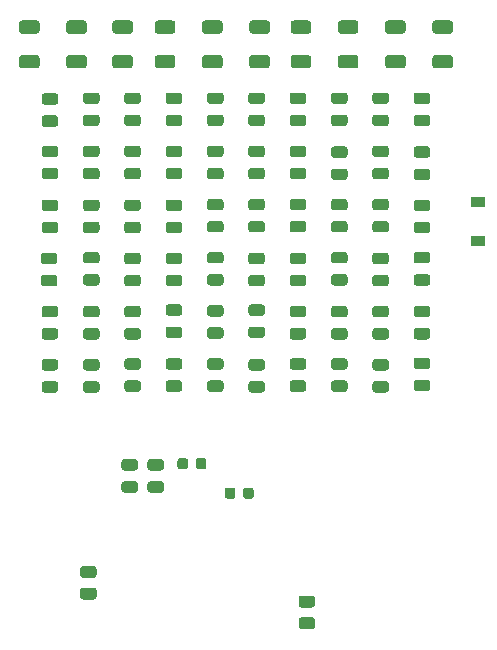
<source format=gbr>
G04 #@! TF.GenerationSoftware,KiCad,Pcbnew,(5.1.7)-1*
G04 #@! TF.CreationDate,2020-11-08T23:09:12+01:00*
G04 #@! TF.ProjectId,Red Power LED Board 50x50,52656420-506f-4776-9572-204c45442042,rev?*
G04 #@! TF.SameCoordinates,Original*
G04 #@! TF.FileFunction,Paste,Top*
G04 #@! TF.FilePolarity,Positive*
%FSLAX46Y46*%
G04 Gerber Fmt 4.6, Leading zero omitted, Abs format (unit mm)*
G04 Created by KiCad (PCBNEW (5.1.7)-1) date 2020-11-08 23:09:12*
%MOMM*%
%LPD*%
G01*
G04 APERTURE LIST*
%ADD10R,1.200000X0.900000*%
G04 APERTURE END LIST*
G36*
G01*
X124100000Y-79250000D02*
X124100000Y-78750000D01*
G75*
G02*
X124325000Y-78525000I225000J0D01*
G01*
X124775000Y-78525000D01*
G75*
G02*
X125000000Y-78750000I0J-225000D01*
G01*
X125000000Y-79250000D01*
G75*
G02*
X124775000Y-79475000I-225000J0D01*
G01*
X124325000Y-79475000D01*
G75*
G02*
X124100000Y-79250000I0J225000D01*
G01*
G37*
G36*
G01*
X122550000Y-79250000D02*
X122550000Y-78750000D01*
G75*
G02*
X122775000Y-78525000I225000J0D01*
G01*
X123225000Y-78525000D01*
G75*
G02*
X123450000Y-78750000I0J-225000D01*
G01*
X123450000Y-79250000D01*
G75*
G02*
X123225000Y-79475000I-225000J0D01*
G01*
X122775000Y-79475000D01*
G75*
G02*
X122550000Y-79250000I0J225000D01*
G01*
G37*
G36*
G01*
X129000000Y-81250000D02*
X129000000Y-81750000D01*
G75*
G02*
X128775000Y-81975000I-225000J0D01*
G01*
X128325000Y-81975000D01*
G75*
G02*
X128100000Y-81750000I0J225000D01*
G01*
X128100000Y-81250000D01*
G75*
G02*
X128325000Y-81025000I225000J0D01*
G01*
X128775000Y-81025000D01*
G75*
G02*
X129000000Y-81250000I0J-225000D01*
G01*
G37*
G36*
G01*
X127450000Y-81250000D02*
X127450000Y-81750000D01*
G75*
G02*
X127225000Y-81975000I-225000J0D01*
G01*
X126775000Y-81975000D01*
G75*
G02*
X126550000Y-81750000I0J225000D01*
G01*
X126550000Y-81250000D01*
G75*
G02*
X126775000Y-81025000I225000J0D01*
G01*
X127225000Y-81025000D01*
G75*
G02*
X127450000Y-81250000I0J-225000D01*
G01*
G37*
G36*
G01*
X112206250Y-48612500D02*
X111293750Y-48612500D01*
G75*
G02*
X111050000Y-48368750I0J243750D01*
G01*
X111050000Y-47881250D01*
G75*
G02*
X111293750Y-47637500I243750J0D01*
G01*
X112206250Y-47637500D01*
G75*
G02*
X112450000Y-47881250I0J-243750D01*
G01*
X112450000Y-48368750D01*
G75*
G02*
X112206250Y-48612500I-243750J0D01*
G01*
G37*
G36*
G01*
X112206250Y-50487500D02*
X111293750Y-50487500D01*
G75*
G02*
X111050000Y-50243750I0J243750D01*
G01*
X111050000Y-49756250D01*
G75*
G02*
X111293750Y-49512500I243750J0D01*
G01*
X112206250Y-49512500D01*
G75*
G02*
X112450000Y-49756250I0J-243750D01*
G01*
X112450000Y-50243750D01*
G75*
G02*
X112206250Y-50487500I-243750J0D01*
G01*
G37*
G36*
G01*
X115706250Y-50425000D02*
X114793750Y-50425000D01*
G75*
G02*
X114550000Y-50181250I0J243750D01*
G01*
X114550000Y-49693750D01*
G75*
G02*
X114793750Y-49450000I243750J0D01*
G01*
X115706250Y-49450000D01*
G75*
G02*
X115950000Y-49693750I0J-243750D01*
G01*
X115950000Y-50181250D01*
G75*
G02*
X115706250Y-50425000I-243750J0D01*
G01*
G37*
G36*
G01*
X115706250Y-48550000D02*
X114793750Y-48550000D01*
G75*
G02*
X114550000Y-48306250I0J243750D01*
G01*
X114550000Y-47818750D01*
G75*
G02*
X114793750Y-47575000I243750J0D01*
G01*
X115706250Y-47575000D01*
G75*
G02*
X115950000Y-47818750I0J-243750D01*
G01*
X115950000Y-48306250D01*
G75*
G02*
X115706250Y-48550000I-243750J0D01*
G01*
G37*
G36*
G01*
X119206250Y-48550000D02*
X118293750Y-48550000D01*
G75*
G02*
X118050000Y-48306250I0J243750D01*
G01*
X118050000Y-47818750D01*
G75*
G02*
X118293750Y-47575000I243750J0D01*
G01*
X119206250Y-47575000D01*
G75*
G02*
X119450000Y-47818750I0J-243750D01*
G01*
X119450000Y-48306250D01*
G75*
G02*
X119206250Y-48550000I-243750J0D01*
G01*
G37*
G36*
G01*
X119206250Y-50425000D02*
X118293750Y-50425000D01*
G75*
G02*
X118050000Y-50181250I0J243750D01*
G01*
X118050000Y-49693750D01*
G75*
G02*
X118293750Y-49450000I243750J0D01*
G01*
X119206250Y-49450000D01*
G75*
G02*
X119450000Y-49693750I0J-243750D01*
G01*
X119450000Y-50181250D01*
G75*
G02*
X119206250Y-50425000I-243750J0D01*
G01*
G37*
G36*
G01*
X122706250Y-50425000D02*
X121793750Y-50425000D01*
G75*
G02*
X121550000Y-50181250I0J243750D01*
G01*
X121550000Y-49693750D01*
G75*
G02*
X121793750Y-49450000I243750J0D01*
G01*
X122706250Y-49450000D01*
G75*
G02*
X122950000Y-49693750I0J-243750D01*
G01*
X122950000Y-50181250D01*
G75*
G02*
X122706250Y-50425000I-243750J0D01*
G01*
G37*
G36*
G01*
X122706250Y-48550000D02*
X121793750Y-48550000D01*
G75*
G02*
X121550000Y-48306250I0J243750D01*
G01*
X121550000Y-47818750D01*
G75*
G02*
X121793750Y-47575000I243750J0D01*
G01*
X122706250Y-47575000D01*
G75*
G02*
X122950000Y-47818750I0J-243750D01*
G01*
X122950000Y-48306250D01*
G75*
G02*
X122706250Y-48550000I-243750J0D01*
G01*
G37*
G36*
G01*
X126206250Y-48550000D02*
X125293750Y-48550000D01*
G75*
G02*
X125050000Y-48306250I0J243750D01*
G01*
X125050000Y-47818750D01*
G75*
G02*
X125293750Y-47575000I243750J0D01*
G01*
X126206250Y-47575000D01*
G75*
G02*
X126450000Y-47818750I0J-243750D01*
G01*
X126450000Y-48306250D01*
G75*
G02*
X126206250Y-48550000I-243750J0D01*
G01*
G37*
G36*
G01*
X126206250Y-50425000D02*
X125293750Y-50425000D01*
G75*
G02*
X125050000Y-50181250I0J243750D01*
G01*
X125050000Y-49693750D01*
G75*
G02*
X125293750Y-49450000I243750J0D01*
G01*
X126206250Y-49450000D01*
G75*
G02*
X126450000Y-49693750I0J-243750D01*
G01*
X126450000Y-50181250D01*
G75*
G02*
X126206250Y-50425000I-243750J0D01*
G01*
G37*
G36*
G01*
X129706250Y-50425000D02*
X128793750Y-50425000D01*
G75*
G02*
X128550000Y-50181250I0J243750D01*
G01*
X128550000Y-49693750D01*
G75*
G02*
X128793750Y-49450000I243750J0D01*
G01*
X129706250Y-49450000D01*
G75*
G02*
X129950000Y-49693750I0J-243750D01*
G01*
X129950000Y-50181250D01*
G75*
G02*
X129706250Y-50425000I-243750J0D01*
G01*
G37*
G36*
G01*
X129706250Y-48550000D02*
X128793750Y-48550000D01*
G75*
G02*
X128550000Y-48306250I0J243750D01*
G01*
X128550000Y-47818750D01*
G75*
G02*
X128793750Y-47575000I243750J0D01*
G01*
X129706250Y-47575000D01*
G75*
G02*
X129950000Y-47818750I0J-243750D01*
G01*
X129950000Y-48306250D01*
G75*
G02*
X129706250Y-48550000I-243750J0D01*
G01*
G37*
G36*
G01*
X133206250Y-48550000D02*
X132293750Y-48550000D01*
G75*
G02*
X132050000Y-48306250I0J243750D01*
G01*
X132050000Y-47818750D01*
G75*
G02*
X132293750Y-47575000I243750J0D01*
G01*
X133206250Y-47575000D01*
G75*
G02*
X133450000Y-47818750I0J-243750D01*
G01*
X133450000Y-48306250D01*
G75*
G02*
X133206250Y-48550000I-243750J0D01*
G01*
G37*
G36*
G01*
X133206250Y-50425000D02*
X132293750Y-50425000D01*
G75*
G02*
X132050000Y-50181250I0J243750D01*
G01*
X132050000Y-49693750D01*
G75*
G02*
X132293750Y-49450000I243750J0D01*
G01*
X133206250Y-49450000D01*
G75*
G02*
X133450000Y-49693750I0J-243750D01*
G01*
X133450000Y-50181250D01*
G75*
G02*
X133206250Y-50425000I-243750J0D01*
G01*
G37*
G36*
G01*
X136706250Y-48550000D02*
X135793750Y-48550000D01*
G75*
G02*
X135550000Y-48306250I0J243750D01*
G01*
X135550000Y-47818750D01*
G75*
G02*
X135793750Y-47575000I243750J0D01*
G01*
X136706250Y-47575000D01*
G75*
G02*
X136950000Y-47818750I0J-243750D01*
G01*
X136950000Y-48306250D01*
G75*
G02*
X136706250Y-48550000I-243750J0D01*
G01*
G37*
G36*
G01*
X136706250Y-50425000D02*
X135793750Y-50425000D01*
G75*
G02*
X135550000Y-50181250I0J243750D01*
G01*
X135550000Y-49693750D01*
G75*
G02*
X135793750Y-49450000I243750J0D01*
G01*
X136706250Y-49450000D01*
G75*
G02*
X136950000Y-49693750I0J-243750D01*
G01*
X136950000Y-50181250D01*
G75*
G02*
X136706250Y-50425000I-243750J0D01*
G01*
G37*
G36*
G01*
X140206250Y-50425000D02*
X139293750Y-50425000D01*
G75*
G02*
X139050000Y-50181250I0J243750D01*
G01*
X139050000Y-49693750D01*
G75*
G02*
X139293750Y-49450000I243750J0D01*
G01*
X140206250Y-49450000D01*
G75*
G02*
X140450000Y-49693750I0J-243750D01*
G01*
X140450000Y-50181250D01*
G75*
G02*
X140206250Y-50425000I-243750J0D01*
G01*
G37*
G36*
G01*
X140206250Y-48550000D02*
X139293750Y-48550000D01*
G75*
G02*
X139050000Y-48306250I0J243750D01*
G01*
X139050000Y-47818750D01*
G75*
G02*
X139293750Y-47575000I243750J0D01*
G01*
X140206250Y-47575000D01*
G75*
G02*
X140450000Y-47818750I0J-243750D01*
G01*
X140450000Y-48306250D01*
G75*
G02*
X140206250Y-48550000I-243750J0D01*
G01*
G37*
G36*
G01*
X143706250Y-50425000D02*
X142793750Y-50425000D01*
G75*
G02*
X142550000Y-50181250I0J243750D01*
G01*
X142550000Y-49693750D01*
G75*
G02*
X142793750Y-49450000I243750J0D01*
G01*
X143706250Y-49450000D01*
G75*
G02*
X143950000Y-49693750I0J-243750D01*
G01*
X143950000Y-50181250D01*
G75*
G02*
X143706250Y-50425000I-243750J0D01*
G01*
G37*
G36*
G01*
X143706250Y-48550000D02*
X142793750Y-48550000D01*
G75*
G02*
X142550000Y-48306250I0J243750D01*
G01*
X142550000Y-47818750D01*
G75*
G02*
X142793750Y-47575000I243750J0D01*
G01*
X143706250Y-47575000D01*
G75*
G02*
X143950000Y-47818750I0J-243750D01*
G01*
X143950000Y-48306250D01*
G75*
G02*
X143706250Y-48550000I-243750J0D01*
G01*
G37*
G36*
G01*
X112206250Y-54925000D02*
X111293750Y-54925000D01*
G75*
G02*
X111050000Y-54681250I0J243750D01*
G01*
X111050000Y-54193750D01*
G75*
G02*
X111293750Y-53950000I243750J0D01*
G01*
X112206250Y-53950000D01*
G75*
G02*
X112450000Y-54193750I0J-243750D01*
G01*
X112450000Y-54681250D01*
G75*
G02*
X112206250Y-54925000I-243750J0D01*
G01*
G37*
G36*
G01*
X112206250Y-53050000D02*
X111293750Y-53050000D01*
G75*
G02*
X111050000Y-52806250I0J243750D01*
G01*
X111050000Y-52318750D01*
G75*
G02*
X111293750Y-52075000I243750J0D01*
G01*
X112206250Y-52075000D01*
G75*
G02*
X112450000Y-52318750I0J-243750D01*
G01*
X112450000Y-52806250D01*
G75*
G02*
X112206250Y-53050000I-243750J0D01*
G01*
G37*
G36*
G01*
X115706250Y-53050000D02*
X114793750Y-53050000D01*
G75*
G02*
X114550000Y-52806250I0J243750D01*
G01*
X114550000Y-52318750D01*
G75*
G02*
X114793750Y-52075000I243750J0D01*
G01*
X115706250Y-52075000D01*
G75*
G02*
X115950000Y-52318750I0J-243750D01*
G01*
X115950000Y-52806250D01*
G75*
G02*
X115706250Y-53050000I-243750J0D01*
G01*
G37*
G36*
G01*
X115706250Y-54925000D02*
X114793750Y-54925000D01*
G75*
G02*
X114550000Y-54681250I0J243750D01*
G01*
X114550000Y-54193750D01*
G75*
G02*
X114793750Y-53950000I243750J0D01*
G01*
X115706250Y-53950000D01*
G75*
G02*
X115950000Y-54193750I0J-243750D01*
G01*
X115950000Y-54681250D01*
G75*
G02*
X115706250Y-54925000I-243750J0D01*
G01*
G37*
G36*
G01*
X119206250Y-53050000D02*
X118293750Y-53050000D01*
G75*
G02*
X118050000Y-52806250I0J243750D01*
G01*
X118050000Y-52318750D01*
G75*
G02*
X118293750Y-52075000I243750J0D01*
G01*
X119206250Y-52075000D01*
G75*
G02*
X119450000Y-52318750I0J-243750D01*
G01*
X119450000Y-52806250D01*
G75*
G02*
X119206250Y-53050000I-243750J0D01*
G01*
G37*
G36*
G01*
X119206250Y-54925000D02*
X118293750Y-54925000D01*
G75*
G02*
X118050000Y-54681250I0J243750D01*
G01*
X118050000Y-54193750D01*
G75*
G02*
X118293750Y-53950000I243750J0D01*
G01*
X119206250Y-53950000D01*
G75*
G02*
X119450000Y-54193750I0J-243750D01*
G01*
X119450000Y-54681250D01*
G75*
G02*
X119206250Y-54925000I-243750J0D01*
G01*
G37*
G36*
G01*
X122706250Y-54925000D02*
X121793750Y-54925000D01*
G75*
G02*
X121550000Y-54681250I0J243750D01*
G01*
X121550000Y-54193750D01*
G75*
G02*
X121793750Y-53950000I243750J0D01*
G01*
X122706250Y-53950000D01*
G75*
G02*
X122950000Y-54193750I0J-243750D01*
G01*
X122950000Y-54681250D01*
G75*
G02*
X122706250Y-54925000I-243750J0D01*
G01*
G37*
G36*
G01*
X122706250Y-53050000D02*
X121793750Y-53050000D01*
G75*
G02*
X121550000Y-52806250I0J243750D01*
G01*
X121550000Y-52318750D01*
G75*
G02*
X121793750Y-52075000I243750J0D01*
G01*
X122706250Y-52075000D01*
G75*
G02*
X122950000Y-52318750I0J-243750D01*
G01*
X122950000Y-52806250D01*
G75*
G02*
X122706250Y-53050000I-243750J0D01*
G01*
G37*
G36*
G01*
X126206250Y-53050000D02*
X125293750Y-53050000D01*
G75*
G02*
X125050000Y-52806250I0J243750D01*
G01*
X125050000Y-52318750D01*
G75*
G02*
X125293750Y-52075000I243750J0D01*
G01*
X126206250Y-52075000D01*
G75*
G02*
X126450000Y-52318750I0J-243750D01*
G01*
X126450000Y-52806250D01*
G75*
G02*
X126206250Y-53050000I-243750J0D01*
G01*
G37*
G36*
G01*
X126206250Y-54925000D02*
X125293750Y-54925000D01*
G75*
G02*
X125050000Y-54681250I0J243750D01*
G01*
X125050000Y-54193750D01*
G75*
G02*
X125293750Y-53950000I243750J0D01*
G01*
X126206250Y-53950000D01*
G75*
G02*
X126450000Y-54193750I0J-243750D01*
G01*
X126450000Y-54681250D01*
G75*
G02*
X126206250Y-54925000I-243750J0D01*
G01*
G37*
G36*
G01*
X129706250Y-53050000D02*
X128793750Y-53050000D01*
G75*
G02*
X128550000Y-52806250I0J243750D01*
G01*
X128550000Y-52318750D01*
G75*
G02*
X128793750Y-52075000I243750J0D01*
G01*
X129706250Y-52075000D01*
G75*
G02*
X129950000Y-52318750I0J-243750D01*
G01*
X129950000Y-52806250D01*
G75*
G02*
X129706250Y-53050000I-243750J0D01*
G01*
G37*
G36*
G01*
X129706250Y-54925000D02*
X128793750Y-54925000D01*
G75*
G02*
X128550000Y-54681250I0J243750D01*
G01*
X128550000Y-54193750D01*
G75*
G02*
X128793750Y-53950000I243750J0D01*
G01*
X129706250Y-53950000D01*
G75*
G02*
X129950000Y-54193750I0J-243750D01*
G01*
X129950000Y-54681250D01*
G75*
G02*
X129706250Y-54925000I-243750J0D01*
G01*
G37*
G36*
G01*
X133206250Y-53050000D02*
X132293750Y-53050000D01*
G75*
G02*
X132050000Y-52806250I0J243750D01*
G01*
X132050000Y-52318750D01*
G75*
G02*
X132293750Y-52075000I243750J0D01*
G01*
X133206250Y-52075000D01*
G75*
G02*
X133450000Y-52318750I0J-243750D01*
G01*
X133450000Y-52806250D01*
G75*
G02*
X133206250Y-53050000I-243750J0D01*
G01*
G37*
G36*
G01*
X133206250Y-54925000D02*
X132293750Y-54925000D01*
G75*
G02*
X132050000Y-54681250I0J243750D01*
G01*
X132050000Y-54193750D01*
G75*
G02*
X132293750Y-53950000I243750J0D01*
G01*
X133206250Y-53950000D01*
G75*
G02*
X133450000Y-54193750I0J-243750D01*
G01*
X133450000Y-54681250D01*
G75*
G02*
X133206250Y-54925000I-243750J0D01*
G01*
G37*
G36*
G01*
X136706250Y-53112500D02*
X135793750Y-53112500D01*
G75*
G02*
X135550000Y-52868750I0J243750D01*
G01*
X135550000Y-52381250D01*
G75*
G02*
X135793750Y-52137500I243750J0D01*
G01*
X136706250Y-52137500D01*
G75*
G02*
X136950000Y-52381250I0J-243750D01*
G01*
X136950000Y-52868750D01*
G75*
G02*
X136706250Y-53112500I-243750J0D01*
G01*
G37*
G36*
G01*
X136706250Y-54987500D02*
X135793750Y-54987500D01*
G75*
G02*
X135550000Y-54743750I0J243750D01*
G01*
X135550000Y-54256250D01*
G75*
G02*
X135793750Y-54012500I243750J0D01*
G01*
X136706250Y-54012500D01*
G75*
G02*
X136950000Y-54256250I0J-243750D01*
G01*
X136950000Y-54743750D01*
G75*
G02*
X136706250Y-54987500I-243750J0D01*
G01*
G37*
G36*
G01*
X140206250Y-53050000D02*
X139293750Y-53050000D01*
G75*
G02*
X139050000Y-52806250I0J243750D01*
G01*
X139050000Y-52318750D01*
G75*
G02*
X139293750Y-52075000I243750J0D01*
G01*
X140206250Y-52075000D01*
G75*
G02*
X140450000Y-52318750I0J-243750D01*
G01*
X140450000Y-52806250D01*
G75*
G02*
X140206250Y-53050000I-243750J0D01*
G01*
G37*
G36*
G01*
X140206250Y-54925000D02*
X139293750Y-54925000D01*
G75*
G02*
X139050000Y-54681250I0J243750D01*
G01*
X139050000Y-54193750D01*
G75*
G02*
X139293750Y-53950000I243750J0D01*
G01*
X140206250Y-53950000D01*
G75*
G02*
X140450000Y-54193750I0J-243750D01*
G01*
X140450000Y-54681250D01*
G75*
G02*
X140206250Y-54925000I-243750J0D01*
G01*
G37*
G36*
G01*
X143706250Y-54987500D02*
X142793750Y-54987500D01*
G75*
G02*
X142550000Y-54743750I0J243750D01*
G01*
X142550000Y-54256250D01*
G75*
G02*
X142793750Y-54012500I243750J0D01*
G01*
X143706250Y-54012500D01*
G75*
G02*
X143950000Y-54256250I0J-243750D01*
G01*
X143950000Y-54743750D01*
G75*
G02*
X143706250Y-54987500I-243750J0D01*
G01*
G37*
G36*
G01*
X143706250Y-53112500D02*
X142793750Y-53112500D01*
G75*
G02*
X142550000Y-52868750I0J243750D01*
G01*
X142550000Y-52381250D01*
G75*
G02*
X142793750Y-52137500I243750J0D01*
G01*
X143706250Y-52137500D01*
G75*
G02*
X143950000Y-52381250I0J-243750D01*
G01*
X143950000Y-52868750D01*
G75*
G02*
X143706250Y-53112500I-243750J0D01*
G01*
G37*
D10*
X148000000Y-60150000D03*
X148000000Y-56850000D03*
G36*
G01*
X112206250Y-57612500D02*
X111293750Y-57612500D01*
G75*
G02*
X111050000Y-57368750I0J243750D01*
G01*
X111050000Y-56881250D01*
G75*
G02*
X111293750Y-56637500I243750J0D01*
G01*
X112206250Y-56637500D01*
G75*
G02*
X112450000Y-56881250I0J-243750D01*
G01*
X112450000Y-57368750D01*
G75*
G02*
X112206250Y-57612500I-243750J0D01*
G01*
G37*
G36*
G01*
X112206250Y-59487500D02*
X111293750Y-59487500D01*
G75*
G02*
X111050000Y-59243750I0J243750D01*
G01*
X111050000Y-58756250D01*
G75*
G02*
X111293750Y-58512500I243750J0D01*
G01*
X112206250Y-58512500D01*
G75*
G02*
X112450000Y-58756250I0J-243750D01*
G01*
X112450000Y-59243750D01*
G75*
G02*
X112206250Y-59487500I-243750J0D01*
G01*
G37*
G36*
G01*
X115706250Y-57612500D02*
X114793750Y-57612500D01*
G75*
G02*
X114550000Y-57368750I0J243750D01*
G01*
X114550000Y-56881250D01*
G75*
G02*
X114793750Y-56637500I243750J0D01*
G01*
X115706250Y-56637500D01*
G75*
G02*
X115950000Y-56881250I0J-243750D01*
G01*
X115950000Y-57368750D01*
G75*
G02*
X115706250Y-57612500I-243750J0D01*
G01*
G37*
G36*
G01*
X115706250Y-59487500D02*
X114793750Y-59487500D01*
G75*
G02*
X114550000Y-59243750I0J243750D01*
G01*
X114550000Y-58756250D01*
G75*
G02*
X114793750Y-58512500I243750J0D01*
G01*
X115706250Y-58512500D01*
G75*
G02*
X115950000Y-58756250I0J-243750D01*
G01*
X115950000Y-59243750D01*
G75*
G02*
X115706250Y-59487500I-243750J0D01*
G01*
G37*
G36*
G01*
X119206250Y-59487500D02*
X118293750Y-59487500D01*
G75*
G02*
X118050000Y-59243750I0J243750D01*
G01*
X118050000Y-58756250D01*
G75*
G02*
X118293750Y-58512500I243750J0D01*
G01*
X119206250Y-58512500D01*
G75*
G02*
X119450000Y-58756250I0J-243750D01*
G01*
X119450000Y-59243750D01*
G75*
G02*
X119206250Y-59487500I-243750J0D01*
G01*
G37*
G36*
G01*
X119206250Y-57612500D02*
X118293750Y-57612500D01*
G75*
G02*
X118050000Y-57368750I0J243750D01*
G01*
X118050000Y-56881250D01*
G75*
G02*
X118293750Y-56637500I243750J0D01*
G01*
X119206250Y-56637500D01*
G75*
G02*
X119450000Y-56881250I0J-243750D01*
G01*
X119450000Y-57368750D01*
G75*
G02*
X119206250Y-57612500I-243750J0D01*
G01*
G37*
G36*
G01*
X122706250Y-57612500D02*
X121793750Y-57612500D01*
G75*
G02*
X121550000Y-57368750I0J243750D01*
G01*
X121550000Y-56881250D01*
G75*
G02*
X121793750Y-56637500I243750J0D01*
G01*
X122706250Y-56637500D01*
G75*
G02*
X122950000Y-56881250I0J-243750D01*
G01*
X122950000Y-57368750D01*
G75*
G02*
X122706250Y-57612500I-243750J0D01*
G01*
G37*
G36*
G01*
X122706250Y-59487500D02*
X121793750Y-59487500D01*
G75*
G02*
X121550000Y-59243750I0J243750D01*
G01*
X121550000Y-58756250D01*
G75*
G02*
X121793750Y-58512500I243750J0D01*
G01*
X122706250Y-58512500D01*
G75*
G02*
X122950000Y-58756250I0J-243750D01*
G01*
X122950000Y-59243750D01*
G75*
G02*
X122706250Y-59487500I-243750J0D01*
G01*
G37*
G36*
G01*
X126206250Y-59425000D02*
X125293750Y-59425000D01*
G75*
G02*
X125050000Y-59181250I0J243750D01*
G01*
X125050000Y-58693750D01*
G75*
G02*
X125293750Y-58450000I243750J0D01*
G01*
X126206250Y-58450000D01*
G75*
G02*
X126450000Y-58693750I0J-243750D01*
G01*
X126450000Y-59181250D01*
G75*
G02*
X126206250Y-59425000I-243750J0D01*
G01*
G37*
G36*
G01*
X126206250Y-57550000D02*
X125293750Y-57550000D01*
G75*
G02*
X125050000Y-57306250I0J243750D01*
G01*
X125050000Y-56818750D01*
G75*
G02*
X125293750Y-56575000I243750J0D01*
G01*
X126206250Y-56575000D01*
G75*
G02*
X126450000Y-56818750I0J-243750D01*
G01*
X126450000Y-57306250D01*
G75*
G02*
X126206250Y-57550000I-243750J0D01*
G01*
G37*
G36*
G01*
X129706250Y-59425000D02*
X128793750Y-59425000D01*
G75*
G02*
X128550000Y-59181250I0J243750D01*
G01*
X128550000Y-58693750D01*
G75*
G02*
X128793750Y-58450000I243750J0D01*
G01*
X129706250Y-58450000D01*
G75*
G02*
X129950000Y-58693750I0J-243750D01*
G01*
X129950000Y-59181250D01*
G75*
G02*
X129706250Y-59425000I-243750J0D01*
G01*
G37*
G36*
G01*
X129706250Y-57550000D02*
X128793750Y-57550000D01*
G75*
G02*
X128550000Y-57306250I0J243750D01*
G01*
X128550000Y-56818750D01*
G75*
G02*
X128793750Y-56575000I243750J0D01*
G01*
X129706250Y-56575000D01*
G75*
G02*
X129950000Y-56818750I0J-243750D01*
G01*
X129950000Y-57306250D01*
G75*
G02*
X129706250Y-57550000I-243750J0D01*
G01*
G37*
G36*
G01*
X133206250Y-59425000D02*
X132293750Y-59425000D01*
G75*
G02*
X132050000Y-59181250I0J243750D01*
G01*
X132050000Y-58693750D01*
G75*
G02*
X132293750Y-58450000I243750J0D01*
G01*
X133206250Y-58450000D01*
G75*
G02*
X133450000Y-58693750I0J-243750D01*
G01*
X133450000Y-59181250D01*
G75*
G02*
X133206250Y-59425000I-243750J0D01*
G01*
G37*
G36*
G01*
X133206250Y-57550000D02*
X132293750Y-57550000D01*
G75*
G02*
X132050000Y-57306250I0J243750D01*
G01*
X132050000Y-56818750D01*
G75*
G02*
X132293750Y-56575000I243750J0D01*
G01*
X133206250Y-56575000D01*
G75*
G02*
X133450000Y-56818750I0J-243750D01*
G01*
X133450000Y-57306250D01*
G75*
G02*
X133206250Y-57550000I-243750J0D01*
G01*
G37*
G36*
G01*
X136706250Y-59425000D02*
X135793750Y-59425000D01*
G75*
G02*
X135550000Y-59181250I0J243750D01*
G01*
X135550000Y-58693750D01*
G75*
G02*
X135793750Y-58450000I243750J0D01*
G01*
X136706250Y-58450000D01*
G75*
G02*
X136950000Y-58693750I0J-243750D01*
G01*
X136950000Y-59181250D01*
G75*
G02*
X136706250Y-59425000I-243750J0D01*
G01*
G37*
G36*
G01*
X136706250Y-57550000D02*
X135793750Y-57550000D01*
G75*
G02*
X135550000Y-57306250I0J243750D01*
G01*
X135550000Y-56818750D01*
G75*
G02*
X135793750Y-56575000I243750J0D01*
G01*
X136706250Y-56575000D01*
G75*
G02*
X136950000Y-56818750I0J-243750D01*
G01*
X136950000Y-57306250D01*
G75*
G02*
X136706250Y-57550000I-243750J0D01*
G01*
G37*
G36*
G01*
X140206250Y-59425000D02*
X139293750Y-59425000D01*
G75*
G02*
X139050000Y-59181250I0J243750D01*
G01*
X139050000Y-58693750D01*
G75*
G02*
X139293750Y-58450000I243750J0D01*
G01*
X140206250Y-58450000D01*
G75*
G02*
X140450000Y-58693750I0J-243750D01*
G01*
X140450000Y-59181250D01*
G75*
G02*
X140206250Y-59425000I-243750J0D01*
G01*
G37*
G36*
G01*
X140206250Y-57550000D02*
X139293750Y-57550000D01*
G75*
G02*
X139050000Y-57306250I0J243750D01*
G01*
X139050000Y-56818750D01*
G75*
G02*
X139293750Y-56575000I243750J0D01*
G01*
X140206250Y-56575000D01*
G75*
G02*
X140450000Y-56818750I0J-243750D01*
G01*
X140450000Y-57306250D01*
G75*
G02*
X140206250Y-57550000I-243750J0D01*
G01*
G37*
G36*
G01*
X143706250Y-57612500D02*
X142793750Y-57612500D01*
G75*
G02*
X142550000Y-57368750I0J243750D01*
G01*
X142550000Y-56881250D01*
G75*
G02*
X142793750Y-56637500I243750J0D01*
G01*
X143706250Y-56637500D01*
G75*
G02*
X143950000Y-56881250I0J-243750D01*
G01*
X143950000Y-57368750D01*
G75*
G02*
X143706250Y-57612500I-243750J0D01*
G01*
G37*
G36*
G01*
X143706250Y-59487500D02*
X142793750Y-59487500D01*
G75*
G02*
X142550000Y-59243750I0J243750D01*
G01*
X142550000Y-58756250D01*
G75*
G02*
X142793750Y-58512500I243750J0D01*
G01*
X143706250Y-58512500D01*
G75*
G02*
X143950000Y-58756250I0J-243750D01*
G01*
X143950000Y-59243750D01*
G75*
G02*
X143706250Y-59487500I-243750J0D01*
G01*
G37*
G36*
G01*
X112143750Y-62112500D02*
X111231250Y-62112500D01*
G75*
G02*
X110987500Y-61868750I0J243750D01*
G01*
X110987500Y-61381250D01*
G75*
G02*
X111231250Y-61137500I243750J0D01*
G01*
X112143750Y-61137500D01*
G75*
G02*
X112387500Y-61381250I0J-243750D01*
G01*
X112387500Y-61868750D01*
G75*
G02*
X112143750Y-62112500I-243750J0D01*
G01*
G37*
G36*
G01*
X112143750Y-63987500D02*
X111231250Y-63987500D01*
G75*
G02*
X110987500Y-63743750I0J243750D01*
G01*
X110987500Y-63256250D01*
G75*
G02*
X111231250Y-63012500I243750J0D01*
G01*
X112143750Y-63012500D01*
G75*
G02*
X112387500Y-63256250I0J-243750D01*
G01*
X112387500Y-63743750D01*
G75*
G02*
X112143750Y-63987500I-243750J0D01*
G01*
G37*
G36*
G01*
X115706250Y-63925000D02*
X114793750Y-63925000D01*
G75*
G02*
X114550000Y-63681250I0J243750D01*
G01*
X114550000Y-63193750D01*
G75*
G02*
X114793750Y-62950000I243750J0D01*
G01*
X115706250Y-62950000D01*
G75*
G02*
X115950000Y-63193750I0J-243750D01*
G01*
X115950000Y-63681250D01*
G75*
G02*
X115706250Y-63925000I-243750J0D01*
G01*
G37*
G36*
G01*
X115706250Y-62050000D02*
X114793750Y-62050000D01*
G75*
G02*
X114550000Y-61806250I0J243750D01*
G01*
X114550000Y-61318750D01*
G75*
G02*
X114793750Y-61075000I243750J0D01*
G01*
X115706250Y-61075000D01*
G75*
G02*
X115950000Y-61318750I0J-243750D01*
G01*
X115950000Y-61806250D01*
G75*
G02*
X115706250Y-62050000I-243750J0D01*
G01*
G37*
G36*
G01*
X119206250Y-62112500D02*
X118293750Y-62112500D01*
G75*
G02*
X118050000Y-61868750I0J243750D01*
G01*
X118050000Y-61381250D01*
G75*
G02*
X118293750Y-61137500I243750J0D01*
G01*
X119206250Y-61137500D01*
G75*
G02*
X119450000Y-61381250I0J-243750D01*
G01*
X119450000Y-61868750D01*
G75*
G02*
X119206250Y-62112500I-243750J0D01*
G01*
G37*
G36*
G01*
X119206250Y-63987500D02*
X118293750Y-63987500D01*
G75*
G02*
X118050000Y-63743750I0J243750D01*
G01*
X118050000Y-63256250D01*
G75*
G02*
X118293750Y-63012500I243750J0D01*
G01*
X119206250Y-63012500D01*
G75*
G02*
X119450000Y-63256250I0J-243750D01*
G01*
X119450000Y-63743750D01*
G75*
G02*
X119206250Y-63987500I-243750J0D01*
G01*
G37*
G36*
G01*
X122706250Y-63987500D02*
X121793750Y-63987500D01*
G75*
G02*
X121550000Y-63743750I0J243750D01*
G01*
X121550000Y-63256250D01*
G75*
G02*
X121793750Y-63012500I243750J0D01*
G01*
X122706250Y-63012500D01*
G75*
G02*
X122950000Y-63256250I0J-243750D01*
G01*
X122950000Y-63743750D01*
G75*
G02*
X122706250Y-63987500I-243750J0D01*
G01*
G37*
G36*
G01*
X122706250Y-62112500D02*
X121793750Y-62112500D01*
G75*
G02*
X121550000Y-61868750I0J243750D01*
G01*
X121550000Y-61381250D01*
G75*
G02*
X121793750Y-61137500I243750J0D01*
G01*
X122706250Y-61137500D01*
G75*
G02*
X122950000Y-61381250I0J-243750D01*
G01*
X122950000Y-61868750D01*
G75*
G02*
X122706250Y-62112500I-243750J0D01*
G01*
G37*
G36*
G01*
X126206250Y-62050000D02*
X125293750Y-62050000D01*
G75*
G02*
X125050000Y-61806250I0J243750D01*
G01*
X125050000Y-61318750D01*
G75*
G02*
X125293750Y-61075000I243750J0D01*
G01*
X126206250Y-61075000D01*
G75*
G02*
X126450000Y-61318750I0J-243750D01*
G01*
X126450000Y-61806250D01*
G75*
G02*
X126206250Y-62050000I-243750J0D01*
G01*
G37*
G36*
G01*
X126206250Y-63925000D02*
X125293750Y-63925000D01*
G75*
G02*
X125050000Y-63681250I0J243750D01*
G01*
X125050000Y-63193750D01*
G75*
G02*
X125293750Y-62950000I243750J0D01*
G01*
X126206250Y-62950000D01*
G75*
G02*
X126450000Y-63193750I0J-243750D01*
G01*
X126450000Y-63681250D01*
G75*
G02*
X126206250Y-63925000I-243750J0D01*
G01*
G37*
G36*
G01*
X129706250Y-62112500D02*
X128793750Y-62112500D01*
G75*
G02*
X128550000Y-61868750I0J243750D01*
G01*
X128550000Y-61381250D01*
G75*
G02*
X128793750Y-61137500I243750J0D01*
G01*
X129706250Y-61137500D01*
G75*
G02*
X129950000Y-61381250I0J-243750D01*
G01*
X129950000Y-61868750D01*
G75*
G02*
X129706250Y-62112500I-243750J0D01*
G01*
G37*
G36*
G01*
X129706250Y-63987500D02*
X128793750Y-63987500D01*
G75*
G02*
X128550000Y-63743750I0J243750D01*
G01*
X128550000Y-63256250D01*
G75*
G02*
X128793750Y-63012500I243750J0D01*
G01*
X129706250Y-63012500D01*
G75*
G02*
X129950000Y-63256250I0J-243750D01*
G01*
X129950000Y-63743750D01*
G75*
G02*
X129706250Y-63987500I-243750J0D01*
G01*
G37*
G36*
G01*
X133206250Y-62112500D02*
X132293750Y-62112500D01*
G75*
G02*
X132050000Y-61868750I0J243750D01*
G01*
X132050000Y-61381250D01*
G75*
G02*
X132293750Y-61137500I243750J0D01*
G01*
X133206250Y-61137500D01*
G75*
G02*
X133450000Y-61381250I0J-243750D01*
G01*
X133450000Y-61868750D01*
G75*
G02*
X133206250Y-62112500I-243750J0D01*
G01*
G37*
G36*
G01*
X133206250Y-63987500D02*
X132293750Y-63987500D01*
G75*
G02*
X132050000Y-63743750I0J243750D01*
G01*
X132050000Y-63256250D01*
G75*
G02*
X132293750Y-63012500I243750J0D01*
G01*
X133206250Y-63012500D01*
G75*
G02*
X133450000Y-63256250I0J-243750D01*
G01*
X133450000Y-63743750D01*
G75*
G02*
X133206250Y-63987500I-243750J0D01*
G01*
G37*
G36*
G01*
X136706250Y-62050000D02*
X135793750Y-62050000D01*
G75*
G02*
X135550000Y-61806250I0J243750D01*
G01*
X135550000Y-61318750D01*
G75*
G02*
X135793750Y-61075000I243750J0D01*
G01*
X136706250Y-61075000D01*
G75*
G02*
X136950000Y-61318750I0J-243750D01*
G01*
X136950000Y-61806250D01*
G75*
G02*
X136706250Y-62050000I-243750J0D01*
G01*
G37*
G36*
G01*
X136706250Y-63925000D02*
X135793750Y-63925000D01*
G75*
G02*
X135550000Y-63681250I0J243750D01*
G01*
X135550000Y-63193750D01*
G75*
G02*
X135793750Y-62950000I243750J0D01*
G01*
X136706250Y-62950000D01*
G75*
G02*
X136950000Y-63193750I0J-243750D01*
G01*
X136950000Y-63681250D01*
G75*
G02*
X136706250Y-63925000I-243750J0D01*
G01*
G37*
G36*
G01*
X140206250Y-62112500D02*
X139293750Y-62112500D01*
G75*
G02*
X139050000Y-61868750I0J243750D01*
G01*
X139050000Y-61381250D01*
G75*
G02*
X139293750Y-61137500I243750J0D01*
G01*
X140206250Y-61137500D01*
G75*
G02*
X140450000Y-61381250I0J-243750D01*
G01*
X140450000Y-61868750D01*
G75*
G02*
X140206250Y-62112500I-243750J0D01*
G01*
G37*
G36*
G01*
X140206250Y-63987500D02*
X139293750Y-63987500D01*
G75*
G02*
X139050000Y-63743750I0J243750D01*
G01*
X139050000Y-63256250D01*
G75*
G02*
X139293750Y-63012500I243750J0D01*
G01*
X140206250Y-63012500D01*
G75*
G02*
X140450000Y-63256250I0J-243750D01*
G01*
X140450000Y-63743750D01*
G75*
G02*
X140206250Y-63987500I-243750J0D01*
G01*
G37*
G36*
G01*
X143706250Y-63925000D02*
X142793750Y-63925000D01*
G75*
G02*
X142550000Y-63681250I0J243750D01*
G01*
X142550000Y-63193750D01*
G75*
G02*
X142793750Y-62950000I243750J0D01*
G01*
X143706250Y-62950000D01*
G75*
G02*
X143950000Y-63193750I0J-243750D01*
G01*
X143950000Y-63681250D01*
G75*
G02*
X143706250Y-63925000I-243750J0D01*
G01*
G37*
G36*
G01*
X143706250Y-62050000D02*
X142793750Y-62050000D01*
G75*
G02*
X142550000Y-61806250I0J243750D01*
G01*
X142550000Y-61318750D01*
G75*
G02*
X142793750Y-61075000I243750J0D01*
G01*
X143706250Y-61075000D01*
G75*
G02*
X143950000Y-61318750I0J-243750D01*
G01*
X143950000Y-61806250D01*
G75*
G02*
X143706250Y-62050000I-243750J0D01*
G01*
G37*
G36*
G01*
X112206250Y-66612500D02*
X111293750Y-66612500D01*
G75*
G02*
X111050000Y-66368750I0J243750D01*
G01*
X111050000Y-65881250D01*
G75*
G02*
X111293750Y-65637500I243750J0D01*
G01*
X112206250Y-65637500D01*
G75*
G02*
X112450000Y-65881250I0J-243750D01*
G01*
X112450000Y-66368750D01*
G75*
G02*
X112206250Y-66612500I-243750J0D01*
G01*
G37*
G36*
G01*
X112206250Y-68487500D02*
X111293750Y-68487500D01*
G75*
G02*
X111050000Y-68243750I0J243750D01*
G01*
X111050000Y-67756250D01*
G75*
G02*
X111293750Y-67512500I243750J0D01*
G01*
X112206250Y-67512500D01*
G75*
G02*
X112450000Y-67756250I0J-243750D01*
G01*
X112450000Y-68243750D01*
G75*
G02*
X112206250Y-68487500I-243750J0D01*
G01*
G37*
G36*
G01*
X115706250Y-68487500D02*
X114793750Y-68487500D01*
G75*
G02*
X114550000Y-68243750I0J243750D01*
G01*
X114550000Y-67756250D01*
G75*
G02*
X114793750Y-67512500I243750J0D01*
G01*
X115706250Y-67512500D01*
G75*
G02*
X115950000Y-67756250I0J-243750D01*
G01*
X115950000Y-68243750D01*
G75*
G02*
X115706250Y-68487500I-243750J0D01*
G01*
G37*
G36*
G01*
X115706250Y-66612500D02*
X114793750Y-66612500D01*
G75*
G02*
X114550000Y-66368750I0J243750D01*
G01*
X114550000Y-65881250D01*
G75*
G02*
X114793750Y-65637500I243750J0D01*
G01*
X115706250Y-65637500D01*
G75*
G02*
X115950000Y-65881250I0J-243750D01*
G01*
X115950000Y-66368750D01*
G75*
G02*
X115706250Y-66612500I-243750J0D01*
G01*
G37*
G36*
G01*
X119206250Y-68487500D02*
X118293750Y-68487500D01*
G75*
G02*
X118050000Y-68243750I0J243750D01*
G01*
X118050000Y-67756250D01*
G75*
G02*
X118293750Y-67512500I243750J0D01*
G01*
X119206250Y-67512500D01*
G75*
G02*
X119450000Y-67756250I0J-243750D01*
G01*
X119450000Y-68243750D01*
G75*
G02*
X119206250Y-68487500I-243750J0D01*
G01*
G37*
G36*
G01*
X119206250Y-66612500D02*
X118293750Y-66612500D01*
G75*
G02*
X118050000Y-66368750I0J243750D01*
G01*
X118050000Y-65881250D01*
G75*
G02*
X118293750Y-65637500I243750J0D01*
G01*
X119206250Y-65637500D01*
G75*
G02*
X119450000Y-65881250I0J-243750D01*
G01*
X119450000Y-66368750D01*
G75*
G02*
X119206250Y-66612500I-243750J0D01*
G01*
G37*
G36*
G01*
X122706250Y-66487500D02*
X121793750Y-66487500D01*
G75*
G02*
X121550000Y-66243750I0J243750D01*
G01*
X121550000Y-65756250D01*
G75*
G02*
X121793750Y-65512500I243750J0D01*
G01*
X122706250Y-65512500D01*
G75*
G02*
X122950000Y-65756250I0J-243750D01*
G01*
X122950000Y-66243750D01*
G75*
G02*
X122706250Y-66487500I-243750J0D01*
G01*
G37*
G36*
G01*
X122706250Y-68362500D02*
X121793750Y-68362500D01*
G75*
G02*
X121550000Y-68118750I0J243750D01*
G01*
X121550000Y-67631250D01*
G75*
G02*
X121793750Y-67387500I243750J0D01*
G01*
X122706250Y-67387500D01*
G75*
G02*
X122950000Y-67631250I0J-243750D01*
G01*
X122950000Y-68118750D01*
G75*
G02*
X122706250Y-68362500I-243750J0D01*
G01*
G37*
G36*
G01*
X126206250Y-68425000D02*
X125293750Y-68425000D01*
G75*
G02*
X125050000Y-68181250I0J243750D01*
G01*
X125050000Y-67693750D01*
G75*
G02*
X125293750Y-67450000I243750J0D01*
G01*
X126206250Y-67450000D01*
G75*
G02*
X126450000Y-67693750I0J-243750D01*
G01*
X126450000Y-68181250D01*
G75*
G02*
X126206250Y-68425000I-243750J0D01*
G01*
G37*
G36*
G01*
X126206250Y-66550000D02*
X125293750Y-66550000D01*
G75*
G02*
X125050000Y-66306250I0J243750D01*
G01*
X125050000Y-65818750D01*
G75*
G02*
X125293750Y-65575000I243750J0D01*
G01*
X126206250Y-65575000D01*
G75*
G02*
X126450000Y-65818750I0J-243750D01*
G01*
X126450000Y-66306250D01*
G75*
G02*
X126206250Y-66550000I-243750J0D01*
G01*
G37*
G36*
G01*
X129706250Y-66487500D02*
X128793750Y-66487500D01*
G75*
G02*
X128550000Y-66243750I0J243750D01*
G01*
X128550000Y-65756250D01*
G75*
G02*
X128793750Y-65512500I243750J0D01*
G01*
X129706250Y-65512500D01*
G75*
G02*
X129950000Y-65756250I0J-243750D01*
G01*
X129950000Y-66243750D01*
G75*
G02*
X129706250Y-66487500I-243750J0D01*
G01*
G37*
G36*
G01*
X129706250Y-68362500D02*
X128793750Y-68362500D01*
G75*
G02*
X128550000Y-68118750I0J243750D01*
G01*
X128550000Y-67631250D01*
G75*
G02*
X128793750Y-67387500I243750J0D01*
G01*
X129706250Y-67387500D01*
G75*
G02*
X129950000Y-67631250I0J-243750D01*
G01*
X129950000Y-68118750D01*
G75*
G02*
X129706250Y-68362500I-243750J0D01*
G01*
G37*
G36*
G01*
X133206250Y-68487500D02*
X132293750Y-68487500D01*
G75*
G02*
X132050000Y-68243750I0J243750D01*
G01*
X132050000Y-67756250D01*
G75*
G02*
X132293750Y-67512500I243750J0D01*
G01*
X133206250Y-67512500D01*
G75*
G02*
X133450000Y-67756250I0J-243750D01*
G01*
X133450000Y-68243750D01*
G75*
G02*
X133206250Y-68487500I-243750J0D01*
G01*
G37*
G36*
G01*
X133206250Y-66612500D02*
X132293750Y-66612500D01*
G75*
G02*
X132050000Y-66368750I0J243750D01*
G01*
X132050000Y-65881250D01*
G75*
G02*
X132293750Y-65637500I243750J0D01*
G01*
X133206250Y-65637500D01*
G75*
G02*
X133450000Y-65881250I0J-243750D01*
G01*
X133450000Y-66368750D01*
G75*
G02*
X133206250Y-66612500I-243750J0D01*
G01*
G37*
G36*
G01*
X136706250Y-68487500D02*
X135793750Y-68487500D01*
G75*
G02*
X135550000Y-68243750I0J243750D01*
G01*
X135550000Y-67756250D01*
G75*
G02*
X135793750Y-67512500I243750J0D01*
G01*
X136706250Y-67512500D01*
G75*
G02*
X136950000Y-67756250I0J-243750D01*
G01*
X136950000Y-68243750D01*
G75*
G02*
X136706250Y-68487500I-243750J0D01*
G01*
G37*
G36*
G01*
X136706250Y-66612500D02*
X135793750Y-66612500D01*
G75*
G02*
X135550000Y-66368750I0J243750D01*
G01*
X135550000Y-65881250D01*
G75*
G02*
X135793750Y-65637500I243750J0D01*
G01*
X136706250Y-65637500D01*
G75*
G02*
X136950000Y-65881250I0J-243750D01*
G01*
X136950000Y-66368750D01*
G75*
G02*
X136706250Y-66612500I-243750J0D01*
G01*
G37*
G36*
G01*
X140206250Y-68487500D02*
X139293750Y-68487500D01*
G75*
G02*
X139050000Y-68243750I0J243750D01*
G01*
X139050000Y-67756250D01*
G75*
G02*
X139293750Y-67512500I243750J0D01*
G01*
X140206250Y-67512500D01*
G75*
G02*
X140450000Y-67756250I0J-243750D01*
G01*
X140450000Y-68243750D01*
G75*
G02*
X140206250Y-68487500I-243750J0D01*
G01*
G37*
G36*
G01*
X140206250Y-66612500D02*
X139293750Y-66612500D01*
G75*
G02*
X139050000Y-66368750I0J243750D01*
G01*
X139050000Y-65881250D01*
G75*
G02*
X139293750Y-65637500I243750J0D01*
G01*
X140206250Y-65637500D01*
G75*
G02*
X140450000Y-65881250I0J-243750D01*
G01*
X140450000Y-66368750D01*
G75*
G02*
X140206250Y-66612500I-243750J0D01*
G01*
G37*
G36*
G01*
X143706250Y-66612500D02*
X142793750Y-66612500D01*
G75*
G02*
X142550000Y-66368750I0J243750D01*
G01*
X142550000Y-65881250D01*
G75*
G02*
X142793750Y-65637500I243750J0D01*
G01*
X143706250Y-65637500D01*
G75*
G02*
X143950000Y-65881250I0J-243750D01*
G01*
X143950000Y-66368750D01*
G75*
G02*
X143706250Y-66612500I-243750J0D01*
G01*
G37*
G36*
G01*
X143706250Y-68487500D02*
X142793750Y-68487500D01*
G75*
G02*
X142550000Y-68243750I0J243750D01*
G01*
X142550000Y-67756250D01*
G75*
G02*
X142793750Y-67512500I243750J0D01*
G01*
X143706250Y-67512500D01*
G75*
G02*
X143950000Y-67756250I0J-243750D01*
G01*
X143950000Y-68243750D01*
G75*
G02*
X143706250Y-68487500I-243750J0D01*
G01*
G37*
G36*
G01*
X112206250Y-72987500D02*
X111293750Y-72987500D01*
G75*
G02*
X111050000Y-72743750I0J243750D01*
G01*
X111050000Y-72256250D01*
G75*
G02*
X111293750Y-72012500I243750J0D01*
G01*
X112206250Y-72012500D01*
G75*
G02*
X112450000Y-72256250I0J-243750D01*
G01*
X112450000Y-72743750D01*
G75*
G02*
X112206250Y-72987500I-243750J0D01*
G01*
G37*
G36*
G01*
X112206250Y-71112500D02*
X111293750Y-71112500D01*
G75*
G02*
X111050000Y-70868750I0J243750D01*
G01*
X111050000Y-70381250D01*
G75*
G02*
X111293750Y-70137500I243750J0D01*
G01*
X112206250Y-70137500D01*
G75*
G02*
X112450000Y-70381250I0J-243750D01*
G01*
X112450000Y-70868750D01*
G75*
G02*
X112206250Y-71112500I-243750J0D01*
G01*
G37*
G36*
G01*
X115706250Y-72987500D02*
X114793750Y-72987500D01*
G75*
G02*
X114550000Y-72743750I0J243750D01*
G01*
X114550000Y-72256250D01*
G75*
G02*
X114793750Y-72012500I243750J0D01*
G01*
X115706250Y-72012500D01*
G75*
G02*
X115950000Y-72256250I0J-243750D01*
G01*
X115950000Y-72743750D01*
G75*
G02*
X115706250Y-72987500I-243750J0D01*
G01*
G37*
G36*
G01*
X115706250Y-71112500D02*
X114793750Y-71112500D01*
G75*
G02*
X114550000Y-70868750I0J243750D01*
G01*
X114550000Y-70381250D01*
G75*
G02*
X114793750Y-70137500I243750J0D01*
G01*
X115706250Y-70137500D01*
G75*
G02*
X115950000Y-70381250I0J-243750D01*
G01*
X115950000Y-70868750D01*
G75*
G02*
X115706250Y-71112500I-243750J0D01*
G01*
G37*
G36*
G01*
X119206250Y-72925000D02*
X118293750Y-72925000D01*
G75*
G02*
X118050000Y-72681250I0J243750D01*
G01*
X118050000Y-72193750D01*
G75*
G02*
X118293750Y-71950000I243750J0D01*
G01*
X119206250Y-71950000D01*
G75*
G02*
X119450000Y-72193750I0J-243750D01*
G01*
X119450000Y-72681250D01*
G75*
G02*
X119206250Y-72925000I-243750J0D01*
G01*
G37*
G36*
G01*
X119206250Y-71050000D02*
X118293750Y-71050000D01*
G75*
G02*
X118050000Y-70806250I0J243750D01*
G01*
X118050000Y-70318750D01*
G75*
G02*
X118293750Y-70075000I243750J0D01*
G01*
X119206250Y-70075000D01*
G75*
G02*
X119450000Y-70318750I0J-243750D01*
G01*
X119450000Y-70806250D01*
G75*
G02*
X119206250Y-71050000I-243750J0D01*
G01*
G37*
G36*
G01*
X122706250Y-72925000D02*
X121793750Y-72925000D01*
G75*
G02*
X121550000Y-72681250I0J243750D01*
G01*
X121550000Y-72193750D01*
G75*
G02*
X121793750Y-71950000I243750J0D01*
G01*
X122706250Y-71950000D01*
G75*
G02*
X122950000Y-72193750I0J-243750D01*
G01*
X122950000Y-72681250D01*
G75*
G02*
X122706250Y-72925000I-243750J0D01*
G01*
G37*
G36*
G01*
X122706250Y-71050000D02*
X121793750Y-71050000D01*
G75*
G02*
X121550000Y-70806250I0J243750D01*
G01*
X121550000Y-70318750D01*
G75*
G02*
X121793750Y-70075000I243750J0D01*
G01*
X122706250Y-70075000D01*
G75*
G02*
X122950000Y-70318750I0J-243750D01*
G01*
X122950000Y-70806250D01*
G75*
G02*
X122706250Y-71050000I-243750J0D01*
G01*
G37*
G36*
G01*
X126206250Y-71050000D02*
X125293750Y-71050000D01*
G75*
G02*
X125050000Y-70806250I0J243750D01*
G01*
X125050000Y-70318750D01*
G75*
G02*
X125293750Y-70075000I243750J0D01*
G01*
X126206250Y-70075000D01*
G75*
G02*
X126450000Y-70318750I0J-243750D01*
G01*
X126450000Y-70806250D01*
G75*
G02*
X126206250Y-71050000I-243750J0D01*
G01*
G37*
G36*
G01*
X126206250Y-72925000D02*
X125293750Y-72925000D01*
G75*
G02*
X125050000Y-72681250I0J243750D01*
G01*
X125050000Y-72193750D01*
G75*
G02*
X125293750Y-71950000I243750J0D01*
G01*
X126206250Y-71950000D01*
G75*
G02*
X126450000Y-72193750I0J-243750D01*
G01*
X126450000Y-72681250D01*
G75*
G02*
X126206250Y-72925000I-243750J0D01*
G01*
G37*
G36*
G01*
X129706250Y-72987500D02*
X128793750Y-72987500D01*
G75*
G02*
X128550000Y-72743750I0J243750D01*
G01*
X128550000Y-72256250D01*
G75*
G02*
X128793750Y-72012500I243750J0D01*
G01*
X129706250Y-72012500D01*
G75*
G02*
X129950000Y-72256250I0J-243750D01*
G01*
X129950000Y-72743750D01*
G75*
G02*
X129706250Y-72987500I-243750J0D01*
G01*
G37*
G36*
G01*
X129706250Y-71112500D02*
X128793750Y-71112500D01*
G75*
G02*
X128550000Y-70868750I0J243750D01*
G01*
X128550000Y-70381250D01*
G75*
G02*
X128793750Y-70137500I243750J0D01*
G01*
X129706250Y-70137500D01*
G75*
G02*
X129950000Y-70381250I0J-243750D01*
G01*
X129950000Y-70868750D01*
G75*
G02*
X129706250Y-71112500I-243750J0D01*
G01*
G37*
G36*
G01*
X133206250Y-72925000D02*
X132293750Y-72925000D01*
G75*
G02*
X132050000Y-72681250I0J243750D01*
G01*
X132050000Y-72193750D01*
G75*
G02*
X132293750Y-71950000I243750J0D01*
G01*
X133206250Y-71950000D01*
G75*
G02*
X133450000Y-72193750I0J-243750D01*
G01*
X133450000Y-72681250D01*
G75*
G02*
X133206250Y-72925000I-243750J0D01*
G01*
G37*
G36*
G01*
X133206250Y-71050000D02*
X132293750Y-71050000D01*
G75*
G02*
X132050000Y-70806250I0J243750D01*
G01*
X132050000Y-70318750D01*
G75*
G02*
X132293750Y-70075000I243750J0D01*
G01*
X133206250Y-70075000D01*
G75*
G02*
X133450000Y-70318750I0J-243750D01*
G01*
X133450000Y-70806250D01*
G75*
G02*
X133206250Y-71050000I-243750J0D01*
G01*
G37*
G36*
G01*
X136706250Y-71050000D02*
X135793750Y-71050000D01*
G75*
G02*
X135550000Y-70806250I0J243750D01*
G01*
X135550000Y-70318750D01*
G75*
G02*
X135793750Y-70075000I243750J0D01*
G01*
X136706250Y-70075000D01*
G75*
G02*
X136950000Y-70318750I0J-243750D01*
G01*
X136950000Y-70806250D01*
G75*
G02*
X136706250Y-71050000I-243750J0D01*
G01*
G37*
G36*
G01*
X136706250Y-72925000D02*
X135793750Y-72925000D01*
G75*
G02*
X135550000Y-72681250I0J243750D01*
G01*
X135550000Y-72193750D01*
G75*
G02*
X135793750Y-71950000I243750J0D01*
G01*
X136706250Y-71950000D01*
G75*
G02*
X136950000Y-72193750I0J-243750D01*
G01*
X136950000Y-72681250D01*
G75*
G02*
X136706250Y-72925000I-243750J0D01*
G01*
G37*
G36*
G01*
X140206250Y-71112500D02*
X139293750Y-71112500D01*
G75*
G02*
X139050000Y-70868750I0J243750D01*
G01*
X139050000Y-70381250D01*
G75*
G02*
X139293750Y-70137500I243750J0D01*
G01*
X140206250Y-70137500D01*
G75*
G02*
X140450000Y-70381250I0J-243750D01*
G01*
X140450000Y-70868750D01*
G75*
G02*
X140206250Y-71112500I-243750J0D01*
G01*
G37*
G36*
G01*
X140206250Y-72987500D02*
X139293750Y-72987500D01*
G75*
G02*
X139050000Y-72743750I0J243750D01*
G01*
X139050000Y-72256250D01*
G75*
G02*
X139293750Y-72012500I243750J0D01*
G01*
X140206250Y-72012500D01*
G75*
G02*
X140450000Y-72256250I0J-243750D01*
G01*
X140450000Y-72743750D01*
G75*
G02*
X140206250Y-72987500I-243750J0D01*
G01*
G37*
G36*
G01*
X143706250Y-72862500D02*
X142793750Y-72862500D01*
G75*
G02*
X142550000Y-72618750I0J243750D01*
G01*
X142550000Y-72131250D01*
G75*
G02*
X142793750Y-71887500I243750J0D01*
G01*
X143706250Y-71887500D01*
G75*
G02*
X143950000Y-72131250I0J-243750D01*
G01*
X143950000Y-72618750D01*
G75*
G02*
X143706250Y-72862500I-243750J0D01*
G01*
G37*
G36*
G01*
X143706250Y-70987500D02*
X142793750Y-70987500D01*
G75*
G02*
X142550000Y-70743750I0J243750D01*
G01*
X142550000Y-70256250D01*
G75*
G02*
X142793750Y-70012500I243750J0D01*
G01*
X143706250Y-70012500D01*
G75*
G02*
X143950000Y-70256250I0J-243750D01*
G01*
X143950000Y-70743750D01*
G75*
G02*
X143706250Y-70987500I-243750J0D01*
G01*
G37*
G36*
G01*
X120243750Y-80487500D02*
X121156250Y-80487500D01*
G75*
G02*
X121400000Y-80731250I0J-243750D01*
G01*
X121400000Y-81218750D01*
G75*
G02*
X121156250Y-81462500I-243750J0D01*
G01*
X120243750Y-81462500D01*
G75*
G02*
X120000000Y-81218750I0J243750D01*
G01*
X120000000Y-80731250D01*
G75*
G02*
X120243750Y-80487500I243750J0D01*
G01*
G37*
G36*
G01*
X120243750Y-78612500D02*
X121156250Y-78612500D01*
G75*
G02*
X121400000Y-78856250I0J-243750D01*
G01*
X121400000Y-79343750D01*
G75*
G02*
X121156250Y-79587500I-243750J0D01*
G01*
X120243750Y-79587500D01*
G75*
G02*
X120000000Y-79343750I0J243750D01*
G01*
X120000000Y-78856250D01*
G75*
G02*
X120243750Y-78612500I243750J0D01*
G01*
G37*
G36*
G01*
X118956250Y-81462500D02*
X118043750Y-81462500D01*
G75*
G02*
X117800000Y-81218750I0J243750D01*
G01*
X117800000Y-80731250D01*
G75*
G02*
X118043750Y-80487500I243750J0D01*
G01*
X118956250Y-80487500D01*
G75*
G02*
X119200000Y-80731250I0J-243750D01*
G01*
X119200000Y-81218750D01*
G75*
G02*
X118956250Y-81462500I-243750J0D01*
G01*
G37*
G36*
G01*
X118956250Y-79587500D02*
X118043750Y-79587500D01*
G75*
G02*
X117800000Y-79343750I0J243750D01*
G01*
X117800000Y-78856250D01*
G75*
G02*
X118043750Y-78612500I243750J0D01*
G01*
X118956250Y-78612500D01*
G75*
G02*
X119200000Y-78856250I0J-243750D01*
G01*
X119200000Y-79343750D01*
G75*
G02*
X118956250Y-79587500I-243750J0D01*
G01*
G37*
G36*
G01*
X109374999Y-41475000D02*
X110625001Y-41475000D01*
G75*
G02*
X110875000Y-41724999I0J-249999D01*
G01*
X110875000Y-42350001D01*
G75*
G02*
X110625001Y-42600000I-249999J0D01*
G01*
X109374999Y-42600000D01*
G75*
G02*
X109125000Y-42350001I0J249999D01*
G01*
X109125000Y-41724999D01*
G75*
G02*
X109374999Y-41475000I249999J0D01*
G01*
G37*
G36*
G01*
X109374999Y-44400000D02*
X110625001Y-44400000D01*
G75*
G02*
X110875000Y-44649999I0J-249999D01*
G01*
X110875000Y-45275001D01*
G75*
G02*
X110625001Y-45525000I-249999J0D01*
G01*
X109374999Y-45525000D01*
G75*
G02*
X109125000Y-45275001I0J249999D01*
G01*
X109125000Y-44649999D01*
G75*
G02*
X109374999Y-44400000I249999J0D01*
G01*
G37*
G36*
G01*
X113374999Y-44400000D02*
X114625001Y-44400000D01*
G75*
G02*
X114875000Y-44649999I0J-249999D01*
G01*
X114875000Y-45275001D01*
G75*
G02*
X114625001Y-45525000I-249999J0D01*
G01*
X113374999Y-45525000D01*
G75*
G02*
X113125000Y-45275001I0J249999D01*
G01*
X113125000Y-44649999D01*
G75*
G02*
X113374999Y-44400000I249999J0D01*
G01*
G37*
G36*
G01*
X113374999Y-41475000D02*
X114625001Y-41475000D01*
G75*
G02*
X114875000Y-41724999I0J-249999D01*
G01*
X114875000Y-42350001D01*
G75*
G02*
X114625001Y-42600000I-249999J0D01*
G01*
X113374999Y-42600000D01*
G75*
G02*
X113125000Y-42350001I0J249999D01*
G01*
X113125000Y-41724999D01*
G75*
G02*
X113374999Y-41475000I249999J0D01*
G01*
G37*
G36*
G01*
X117274999Y-41475000D02*
X118525001Y-41475000D01*
G75*
G02*
X118775000Y-41724999I0J-249999D01*
G01*
X118775000Y-42350001D01*
G75*
G02*
X118525001Y-42600000I-249999J0D01*
G01*
X117274999Y-42600000D01*
G75*
G02*
X117025000Y-42350001I0J249999D01*
G01*
X117025000Y-41724999D01*
G75*
G02*
X117274999Y-41475000I249999J0D01*
G01*
G37*
G36*
G01*
X117274999Y-44400000D02*
X118525001Y-44400000D01*
G75*
G02*
X118775000Y-44649999I0J-249999D01*
G01*
X118775000Y-45275001D01*
G75*
G02*
X118525001Y-45525000I-249999J0D01*
G01*
X117274999Y-45525000D01*
G75*
G02*
X117025000Y-45275001I0J249999D01*
G01*
X117025000Y-44649999D01*
G75*
G02*
X117274999Y-44400000I249999J0D01*
G01*
G37*
G36*
G01*
X120874999Y-44400000D02*
X122125001Y-44400000D01*
G75*
G02*
X122375000Y-44649999I0J-249999D01*
G01*
X122375000Y-45275001D01*
G75*
G02*
X122125001Y-45525000I-249999J0D01*
G01*
X120874999Y-45525000D01*
G75*
G02*
X120625000Y-45275001I0J249999D01*
G01*
X120625000Y-44649999D01*
G75*
G02*
X120874999Y-44400000I249999J0D01*
G01*
G37*
G36*
G01*
X120874999Y-41475000D02*
X122125001Y-41475000D01*
G75*
G02*
X122375000Y-41724999I0J-249999D01*
G01*
X122375000Y-42350001D01*
G75*
G02*
X122125001Y-42600000I-249999J0D01*
G01*
X120874999Y-42600000D01*
G75*
G02*
X120625000Y-42350001I0J249999D01*
G01*
X120625000Y-41724999D01*
G75*
G02*
X120874999Y-41475000I249999J0D01*
G01*
G37*
G36*
G01*
X124874999Y-41475000D02*
X126125001Y-41475000D01*
G75*
G02*
X126375000Y-41724999I0J-249999D01*
G01*
X126375000Y-42350001D01*
G75*
G02*
X126125001Y-42600000I-249999J0D01*
G01*
X124874999Y-42600000D01*
G75*
G02*
X124625000Y-42350001I0J249999D01*
G01*
X124625000Y-41724999D01*
G75*
G02*
X124874999Y-41475000I249999J0D01*
G01*
G37*
G36*
G01*
X124874999Y-44400000D02*
X126125001Y-44400000D01*
G75*
G02*
X126375000Y-44649999I0J-249999D01*
G01*
X126375000Y-45275001D01*
G75*
G02*
X126125001Y-45525000I-249999J0D01*
G01*
X124874999Y-45525000D01*
G75*
G02*
X124625000Y-45275001I0J249999D01*
G01*
X124625000Y-44649999D01*
G75*
G02*
X124874999Y-44400000I249999J0D01*
G01*
G37*
G36*
G01*
X128874999Y-44400000D02*
X130125001Y-44400000D01*
G75*
G02*
X130375000Y-44649999I0J-249999D01*
G01*
X130375000Y-45275001D01*
G75*
G02*
X130125001Y-45525000I-249999J0D01*
G01*
X128874999Y-45525000D01*
G75*
G02*
X128625000Y-45275001I0J249999D01*
G01*
X128625000Y-44649999D01*
G75*
G02*
X128874999Y-44400000I249999J0D01*
G01*
G37*
G36*
G01*
X128874999Y-41475000D02*
X130125001Y-41475000D01*
G75*
G02*
X130375000Y-41724999I0J-249999D01*
G01*
X130375000Y-42350001D01*
G75*
G02*
X130125001Y-42600000I-249999J0D01*
G01*
X128874999Y-42600000D01*
G75*
G02*
X128625000Y-42350001I0J249999D01*
G01*
X128625000Y-41724999D01*
G75*
G02*
X128874999Y-41475000I249999J0D01*
G01*
G37*
G36*
G01*
X132374999Y-41475000D02*
X133625001Y-41475000D01*
G75*
G02*
X133875000Y-41724999I0J-249999D01*
G01*
X133875000Y-42350001D01*
G75*
G02*
X133625001Y-42600000I-249999J0D01*
G01*
X132374999Y-42600000D01*
G75*
G02*
X132125000Y-42350001I0J249999D01*
G01*
X132125000Y-41724999D01*
G75*
G02*
X132374999Y-41475000I249999J0D01*
G01*
G37*
G36*
G01*
X132374999Y-44400000D02*
X133625001Y-44400000D01*
G75*
G02*
X133875000Y-44649999I0J-249999D01*
G01*
X133875000Y-45275001D01*
G75*
G02*
X133625001Y-45525000I-249999J0D01*
G01*
X132374999Y-45525000D01*
G75*
G02*
X132125000Y-45275001I0J249999D01*
G01*
X132125000Y-44649999D01*
G75*
G02*
X132374999Y-44400000I249999J0D01*
G01*
G37*
G36*
G01*
X136374999Y-44400000D02*
X137625001Y-44400000D01*
G75*
G02*
X137875000Y-44649999I0J-249999D01*
G01*
X137875000Y-45275001D01*
G75*
G02*
X137625001Y-45525000I-249999J0D01*
G01*
X136374999Y-45525000D01*
G75*
G02*
X136125000Y-45275001I0J249999D01*
G01*
X136125000Y-44649999D01*
G75*
G02*
X136374999Y-44400000I249999J0D01*
G01*
G37*
G36*
G01*
X136374999Y-41475000D02*
X137625001Y-41475000D01*
G75*
G02*
X137875000Y-41724999I0J-249999D01*
G01*
X137875000Y-42350001D01*
G75*
G02*
X137625001Y-42600000I-249999J0D01*
G01*
X136374999Y-42600000D01*
G75*
G02*
X136125000Y-42350001I0J249999D01*
G01*
X136125000Y-41724999D01*
G75*
G02*
X136374999Y-41475000I249999J0D01*
G01*
G37*
G36*
G01*
X140374999Y-41475000D02*
X141625001Y-41475000D01*
G75*
G02*
X141875000Y-41724999I0J-249999D01*
G01*
X141875000Y-42350001D01*
G75*
G02*
X141625001Y-42600000I-249999J0D01*
G01*
X140374999Y-42600000D01*
G75*
G02*
X140125000Y-42350001I0J249999D01*
G01*
X140125000Y-41724999D01*
G75*
G02*
X140374999Y-41475000I249999J0D01*
G01*
G37*
G36*
G01*
X140374999Y-44400000D02*
X141625001Y-44400000D01*
G75*
G02*
X141875000Y-44649999I0J-249999D01*
G01*
X141875000Y-45275001D01*
G75*
G02*
X141625001Y-45525000I-249999J0D01*
G01*
X140374999Y-45525000D01*
G75*
G02*
X140125000Y-45275001I0J249999D01*
G01*
X140125000Y-44649999D01*
G75*
G02*
X140374999Y-44400000I249999J0D01*
G01*
G37*
G36*
G01*
X144374999Y-44400000D02*
X145625001Y-44400000D01*
G75*
G02*
X145875000Y-44649999I0J-249999D01*
G01*
X145875000Y-45275001D01*
G75*
G02*
X145625001Y-45525000I-249999J0D01*
G01*
X144374999Y-45525000D01*
G75*
G02*
X144125000Y-45275001I0J249999D01*
G01*
X144125000Y-44649999D01*
G75*
G02*
X144374999Y-44400000I249999J0D01*
G01*
G37*
G36*
G01*
X144374999Y-41475000D02*
X145625001Y-41475000D01*
G75*
G02*
X145875000Y-41724999I0J-249999D01*
G01*
X145875000Y-42350001D01*
G75*
G02*
X145625001Y-42600000I-249999J0D01*
G01*
X144374999Y-42600000D01*
G75*
G02*
X144125000Y-42350001I0J249999D01*
G01*
X144125000Y-41724999D01*
G75*
G02*
X144374999Y-41475000I249999J0D01*
G01*
G37*
G36*
G01*
X114549999Y-89487500D02*
X115450001Y-89487500D01*
G75*
G02*
X115700000Y-89737499I0J-249999D01*
G01*
X115700000Y-90262501D01*
G75*
G02*
X115450001Y-90512500I-249999J0D01*
G01*
X114549999Y-90512500D01*
G75*
G02*
X114300000Y-90262501I0J249999D01*
G01*
X114300000Y-89737499D01*
G75*
G02*
X114549999Y-89487500I249999J0D01*
G01*
G37*
G36*
G01*
X114549999Y-87662500D02*
X115450001Y-87662500D01*
G75*
G02*
X115700000Y-87912499I0J-249999D01*
G01*
X115700000Y-88437501D01*
G75*
G02*
X115450001Y-88687500I-249999J0D01*
G01*
X114549999Y-88687500D01*
G75*
G02*
X114300000Y-88437501I0J249999D01*
G01*
X114300000Y-87912499D01*
G75*
G02*
X114549999Y-87662500I249999J0D01*
G01*
G37*
G36*
G01*
X133950001Y-93012500D02*
X133049999Y-93012500D01*
G75*
G02*
X132800000Y-92762501I0J249999D01*
G01*
X132800000Y-92237499D01*
G75*
G02*
X133049999Y-91987500I249999J0D01*
G01*
X133950001Y-91987500D01*
G75*
G02*
X134200000Y-92237499I0J-249999D01*
G01*
X134200000Y-92762501D01*
G75*
G02*
X133950001Y-93012500I-249999J0D01*
G01*
G37*
G36*
G01*
X133950001Y-91187500D02*
X133049999Y-91187500D01*
G75*
G02*
X132800000Y-90937501I0J249999D01*
G01*
X132800000Y-90412499D01*
G75*
G02*
X133049999Y-90162500I249999J0D01*
G01*
X133950001Y-90162500D01*
G75*
G02*
X134200000Y-90412499I0J-249999D01*
G01*
X134200000Y-90937501D01*
G75*
G02*
X133950001Y-91187500I-249999J0D01*
G01*
G37*
M02*

</source>
